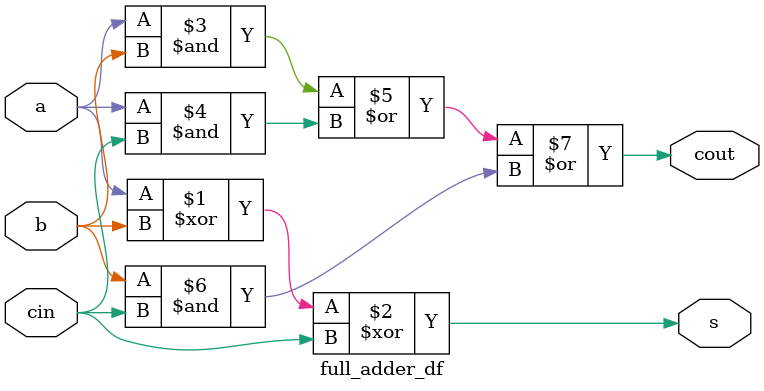
<source format=v>
module full_adder_df(	// file.cleaned.mlir:2:3
  input  a,	// file.cleaned.mlir:2:31
         b,	// file.cleaned.mlir:2:43
         cin,	// file.cleaned.mlir:2:55
  output s,	// file.cleaned.mlir:2:70
         cout	// file.cleaned.mlir:2:82
);

  assign s = a ^ b ^ cin;	// file.cleaned.mlir:3:10, :8:5
  assign cout = a & b | a & cin | b & cin;	// file.cleaned.mlir:4:10, :5:10, :6:10, :7:10, :8:5
endmodule


</source>
